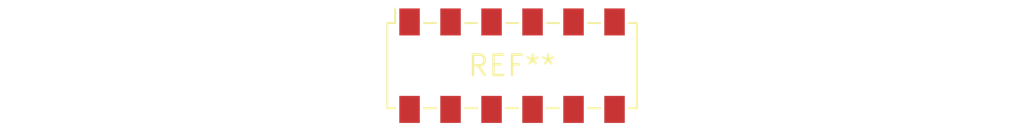
<source format=kicad_pcb>
(kicad_pcb (version 20240108) (generator pcbnew)
  (layers (0 "F.Cu" signal) (31 "B.Cu" signal) (34 "B.Paste" user) (35 "F.Paste" user) (36 "B.SilkS" user "B.Silkscreen") (37 "F.SilkS" user "F.Silkscreen") (38 "B.Mask" user) (39 "F.Mask" user) (44 "Edge.Cuts" user))
  (net 0 "")
  (footprint "Samtec_HLE-106-02-xxx-DV-BE-LC_2x06_P2.54mm_Horizontal" (layer "F.Cu") (at 0 0)
    (property "Reference" "REF**")
    (property "Value" "Samtec_HLE-106-02-xxx-DV-BE-LC_2x06_P2.54mm_Horizontal")
    (fp_line (start -7.73 -2.65) (end -7.73 2.65) (layer "F.SilkS") (stroke (width 0.12)))
    (fp_line (start -7.73 2.65) (end -7.245 2.65) (layer "F.SilkS") (stroke (width 0.12)))
    (fp_line (start -7.245 -3.56) (end -7.245 -2.65) (layer "F.SilkS") (stroke (width 0.12)))
    (fp_line (start -7.245 -2.65) (end -7.73 -2.65) (layer "F.SilkS") (stroke (width 0.12)))
    (fp_line (start -5.455 -2.65) (end -4.705 -2.65) (layer "F.SilkS") (stroke (width 0.12)))
    (fp_line (start -5.455 2.65) (end -4.705 2.65) (layer "F.SilkS") (stroke (width 0.12)))
    (fp_line (start -2.915 -2.65) (end -2.165 -2.65) (layer "F.SilkS") (stroke (width 0.12)))
    (fp_line (start -2.915 2.65) (end -2.165 2.65) (layer "F.SilkS") (stroke (width 0.12)))
    (fp_line (start -0.375 -2.65) (end 0.375 -2.65) (layer "F.SilkS") (stroke (width 0.12)))
    (fp_line (start -0.375 2.65) (end 0.375 2.65) (layer "F.SilkS") (stroke (width 0.12)))
    (fp_line (start 2.165 -2.65) (end 2.915 -2.65) (layer "F.SilkS") (stroke (width 0.12)))
    (fp_line (start 2.165 2.65) (end 2.915 2.65) (layer "F.SilkS") (stroke (width 0.12)))
    (fp_line (start 4.705 -2.65) (end 5.455 -2.65) (layer "F.SilkS") (stroke (width 0.12)))
    (fp_line (start 4.705 2.65) (end 5.455 2.65) (layer "F.SilkS") (stroke (width 0.12)))
    (fp_line (start 7.245 -2.65) (end 7.73 -2.65) (layer "F.SilkS") (stroke (width 0.12)))
    (fp_line (start 7.73 -2.65) (end 7.73 2.65) (layer "F.SilkS") (stroke (width 0.12)))
    (fp_line (start 7.73 2.65) (end 7.245 2.65) (layer "F.SilkS") (stroke (width 0.12)))
    (pad "" np_thru_hole circle (at -6.35 -1.27) (size 0.97 0.97) (drill 0.97) (layers *.Cu *.Mask))
    (pad "" np_thru_hole circle (at -6.35 1.27) (size 0.97 0.97) (drill 0.97) (layers *.Cu *.Mask))
    (pad "" np_thru_hole circle (at -5.08 0) (size 1.19 1.19) (drill 1.19) (layers *.Cu *.Mask))
    (pad "" np_thru_hole circle (at -3.81 -1.27) (size 0.97 0.97) (drill 0.97) (layers *.Cu *.Mask))
    (pad "" np_thru_hole circle (at -3.81 1.27) (size 0.97 0.97) (drill 0.97) (layers *.Cu *.Mask))
    (pad "" np_thru_hole circle (at -1.27 -1.27) (size 0.97 0.97) (drill 0.97) (layers *.Cu *.Mask))
    (pad "" np_thru_hole circle (at -1.27 1.27) (size 0.97 0.97) (drill 0.97) (layers *.Cu *.Mask))
    (pad "" np_thru_hole circle (at 1.27 -1.27) (size 0.97 0.97) (drill 0.97) (layers *.Cu *.Mask))
    (pad "" np_thru_hole circle (at 1.27 1.27) (size 0.97 0.97) (drill 0.97) (layers *.Cu *.Mask))
    (pad "" np_thru_hole circle (at 3.81 -1.27) (size 0.97 0.97) (drill 0.97) (layers *.Cu *.Mask))
    (pad "" np_thru_hole circle (at 3.81 1.27) (size 0.97 0.97) (drill 0.97) (layers *.Cu *.Mask))
    (pad "" np_thru_hole circle (at 5.08 0) (size 1.19 1.19) (drill 1.19) (layers *.Cu *.Mask))
    (pad "" np_thru_hole circle (at 6.35 -1.27) (size 0.97 0.97) (drill 0.97) (layers *.Cu *.Mask))
    (pad "" np_thru_hole circle (at 6.35 1.27) (size 0.97 0.97) (drill 0.97) (layers *.Cu *.Mask))
    (pad "1" smd rect (at -6.35 -2.72) (size 1.27 1.68) (layers "F.Cu" "F.Paste" "F.Mask"))
    (pad "2" smd rect (at -6.35 2.72) (size 1.27 1.68) (layers "F.Cu" "F.Paste" "F.Mask"))
    (pad "3" smd rect (at -3.81 -2.72) (size 1.27 1.68) (layers "F.Cu" "F.Paste" "F.Mask"))
    (pad "4" smd rect (at -3.81 2.72) (size 1.27 1.68) (layers "F.Cu" "F.Paste" "F.Mask"))
    (pad "5" smd rect (at -1.27 -2.72) (size 1.27 1.68) (layers "F.Cu" "F.Paste" "F.Mask"))
    (pad "6" smd rect (at -1.27 2.72) (size 1.27 1.68) (layers "F.Cu" "F.Paste" "F.Mask"))
    (pad "7" smd rect (at 1.27 -2.72) (size 1.27 1.68) (layers "F.Cu" "F.Paste" "F.Mask"))
    (pad "8" smd rect (at 1.27 2.72) (size 1.27 1.68) (layers "F.Cu" "F.Paste" "F.Mask"))
    (pad "9" smd rect (at 3.81 -2.72) (size 1.27 1.68) (layers "F.Cu" "F.Paste" "F.Mask"))
    (pad "10" smd rect (at 3.81 2.72) (size 1.27 1.68) (layers "F.Cu" "F.Paste" "F.Mask"))
    (pad "11" smd rect (at 6.35 -2.72) (size 1.27 1.68) (layers "F.Cu" "F.Paste" "F.Mask"))
    (pad "12" smd rect (at 6.35 2.72) (size 1.27 1.68) (layers "F.Cu" "F.Paste" "F.Mask"))
  )
)
</source>
